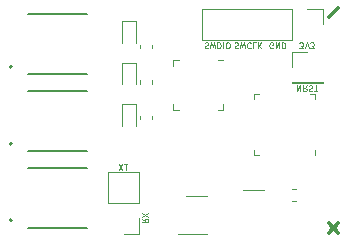
<source format=gbr>
%TF.GenerationSoftware,KiCad,Pcbnew,(5.1.6-0-10_14)*%
%TF.CreationDate,2021-03-14T15:43:45-04:00*%
%TF.ProjectId,F051_ESC,46303531-5f45-4534-932e-6b696361645f,rev?*%
%TF.SameCoordinates,Original*%
%TF.FileFunction,Legend,Bot*%
%TF.FilePolarity,Positive*%
%FSLAX46Y46*%
G04 Gerber Fmt 4.6, Leading zero omitted, Abs format (unit mm)*
G04 Created by KiCad (PCBNEW (5.1.6-0-10_14)) date 2021-03-14 15:43:45*
%MOMM*%
%LPD*%
G01*
G04 APERTURE LIST*
%ADD10C,0.125000*%
%ADD11C,0.375000*%
%ADD12C,0.120000*%
%ADD13C,0.200000*%
%ADD14C,0.127000*%
G04 APERTURE END LIST*
D10*
X248738571Y-76983809D02*
X248738571Y-77483809D01*
X249024285Y-76983809D01*
X249024285Y-77483809D01*
X249548095Y-76983809D02*
X249381428Y-77221904D01*
X249262380Y-76983809D02*
X249262380Y-77483809D01*
X249452857Y-77483809D01*
X249500476Y-77460000D01*
X249524285Y-77436190D01*
X249548095Y-77388571D01*
X249548095Y-77317142D01*
X249524285Y-77269523D01*
X249500476Y-77245714D01*
X249452857Y-77221904D01*
X249262380Y-77221904D01*
X249738571Y-77007619D02*
X249810000Y-76983809D01*
X249929047Y-76983809D01*
X249976666Y-77007619D01*
X250000476Y-77031428D01*
X250024285Y-77079047D01*
X250024285Y-77126666D01*
X250000476Y-77174285D01*
X249976666Y-77198095D01*
X249929047Y-77221904D01*
X249833809Y-77245714D01*
X249786190Y-77269523D01*
X249762380Y-77293333D01*
X249738571Y-77340952D01*
X249738571Y-77388571D01*
X249762380Y-77436190D01*
X249786190Y-77460000D01*
X249833809Y-77483809D01*
X249952857Y-77483809D01*
X250024285Y-77460000D01*
X250167142Y-77483809D02*
X250452857Y-77483809D01*
X250310000Y-76983809D02*
X250310000Y-77483809D01*
X248940952Y-73843809D02*
X249250476Y-73843809D01*
X249083809Y-73653333D01*
X249155238Y-73653333D01*
X249202857Y-73629523D01*
X249226666Y-73605714D01*
X249250476Y-73558095D01*
X249250476Y-73439047D01*
X249226666Y-73391428D01*
X249202857Y-73367619D01*
X249155238Y-73343809D01*
X249012380Y-73343809D01*
X248964761Y-73367619D01*
X248940952Y-73391428D01*
X249393333Y-73843809D02*
X249560000Y-73343809D01*
X249726666Y-73843809D01*
X249845714Y-73843809D02*
X250155238Y-73843809D01*
X249988571Y-73653333D01*
X250060000Y-73653333D01*
X250107619Y-73629523D01*
X250131428Y-73605714D01*
X250155238Y-73558095D01*
X250155238Y-73439047D01*
X250131428Y-73391428D01*
X250107619Y-73367619D01*
X250060000Y-73343809D01*
X249917142Y-73343809D01*
X249869523Y-73367619D01*
X249845714Y-73391428D01*
X246689047Y-73820000D02*
X246641428Y-73843809D01*
X246570000Y-73843809D01*
X246498571Y-73820000D01*
X246450952Y-73772380D01*
X246427142Y-73724761D01*
X246403333Y-73629523D01*
X246403333Y-73558095D01*
X246427142Y-73462857D01*
X246450952Y-73415238D01*
X246498571Y-73367619D01*
X246570000Y-73343809D01*
X246617619Y-73343809D01*
X246689047Y-73367619D01*
X246712857Y-73391428D01*
X246712857Y-73558095D01*
X246617619Y-73558095D01*
X246927142Y-73343809D02*
X246927142Y-73843809D01*
X247212857Y-73343809D01*
X247212857Y-73843809D01*
X247450952Y-73343809D02*
X247450952Y-73843809D01*
X247570000Y-73843809D01*
X247641428Y-73820000D01*
X247689047Y-73772380D01*
X247712857Y-73724761D01*
X247736666Y-73629523D01*
X247736666Y-73558095D01*
X247712857Y-73462857D01*
X247689047Y-73415238D01*
X247641428Y-73367619D01*
X247570000Y-73343809D01*
X247450952Y-73343809D01*
X243459047Y-73367619D02*
X243530476Y-73343809D01*
X243649523Y-73343809D01*
X243697142Y-73367619D01*
X243720952Y-73391428D01*
X243744761Y-73439047D01*
X243744761Y-73486666D01*
X243720952Y-73534285D01*
X243697142Y-73558095D01*
X243649523Y-73581904D01*
X243554285Y-73605714D01*
X243506666Y-73629523D01*
X243482857Y-73653333D01*
X243459047Y-73700952D01*
X243459047Y-73748571D01*
X243482857Y-73796190D01*
X243506666Y-73820000D01*
X243554285Y-73843809D01*
X243673333Y-73843809D01*
X243744761Y-73820000D01*
X243911428Y-73843809D02*
X244030476Y-73343809D01*
X244125714Y-73700952D01*
X244220952Y-73343809D01*
X244340000Y-73843809D01*
X244816190Y-73391428D02*
X244792380Y-73367619D01*
X244720952Y-73343809D01*
X244673333Y-73343809D01*
X244601904Y-73367619D01*
X244554285Y-73415238D01*
X244530476Y-73462857D01*
X244506666Y-73558095D01*
X244506666Y-73629523D01*
X244530476Y-73724761D01*
X244554285Y-73772380D01*
X244601904Y-73820000D01*
X244673333Y-73843809D01*
X244720952Y-73843809D01*
X244792380Y-73820000D01*
X244816190Y-73796190D01*
X245268571Y-73343809D02*
X245030476Y-73343809D01*
X245030476Y-73843809D01*
X245435238Y-73343809D02*
X245435238Y-73843809D01*
X245720952Y-73343809D02*
X245506666Y-73629523D01*
X245720952Y-73843809D02*
X245435238Y-73558095D01*
X240930476Y-73367619D02*
X241001904Y-73343809D01*
X241120952Y-73343809D01*
X241168571Y-73367619D01*
X241192380Y-73391428D01*
X241216190Y-73439047D01*
X241216190Y-73486666D01*
X241192380Y-73534285D01*
X241168571Y-73558095D01*
X241120952Y-73581904D01*
X241025714Y-73605714D01*
X240978095Y-73629523D01*
X240954285Y-73653333D01*
X240930476Y-73700952D01*
X240930476Y-73748571D01*
X240954285Y-73796190D01*
X240978095Y-73820000D01*
X241025714Y-73843809D01*
X241144761Y-73843809D01*
X241216190Y-73820000D01*
X241382857Y-73843809D02*
X241501904Y-73343809D01*
X241597142Y-73700952D01*
X241692380Y-73343809D01*
X241811428Y-73843809D01*
X242001904Y-73343809D02*
X242001904Y-73843809D01*
X242120952Y-73843809D01*
X242192380Y-73820000D01*
X242240000Y-73772380D01*
X242263809Y-73724761D01*
X242287619Y-73629523D01*
X242287619Y-73558095D01*
X242263809Y-73462857D01*
X242240000Y-73415238D01*
X242192380Y-73367619D01*
X242120952Y-73343809D01*
X242001904Y-73343809D01*
X242501904Y-73343809D02*
X242501904Y-73843809D01*
X242835238Y-73843809D02*
X242930476Y-73843809D01*
X242978095Y-73820000D01*
X243025714Y-73772380D01*
X243049523Y-73677142D01*
X243049523Y-73510476D01*
X243025714Y-73415238D01*
X242978095Y-73367619D01*
X242930476Y-73343809D01*
X242835238Y-73343809D01*
X242787619Y-73367619D01*
X242740000Y-73415238D01*
X242716190Y-73510476D01*
X242716190Y-73677142D01*
X242740000Y-73772380D01*
X242787619Y-73820000D01*
X242835238Y-73843809D01*
X234370952Y-83606190D02*
X234085238Y-83606190D01*
X234228095Y-84106190D02*
X234228095Y-83606190D01*
X233966190Y-83606190D02*
X233632857Y-84106190D01*
X233632857Y-83606190D02*
X233966190Y-84106190D01*
X235623809Y-88283333D02*
X235861904Y-88450000D01*
X235623809Y-88569047D02*
X236123809Y-88569047D01*
X236123809Y-88378571D01*
X236100000Y-88330952D01*
X236076190Y-88307142D01*
X236028571Y-88283333D01*
X235957142Y-88283333D01*
X235909523Y-88307142D01*
X235885714Y-88330952D01*
X235861904Y-88378571D01*
X235861904Y-88569047D01*
X236123809Y-88116666D02*
X235623809Y-87783333D01*
X236123809Y-87783333D02*
X235623809Y-88116666D01*
D11*
X251421700Y-89479822D02*
X252229822Y-88671700D01*
X252229822Y-89479822D02*
X251421700Y-88671700D01*
X251421700Y-71229822D02*
X252229822Y-70421700D01*
D12*
%TO.C,J6*%
X232740000Y-84330000D02*
X235340000Y-84330000D01*
X232740000Y-84330000D02*
X232740000Y-86930000D01*
X235400000Y-86930000D02*
X235400000Y-84330000D01*
X235400000Y-86930000D02*
X232740000Y-86930000D01*
X235400000Y-89530000D02*
X234070000Y-89530000D01*
X235400000Y-89530000D02*
X235400000Y-88200000D01*
%TO.C,U7*%
X241140000Y-89600000D02*
X238690000Y-89600000D01*
X239340000Y-86380000D02*
X241140000Y-86380000D01*
%TO.C,FB1*%
X248347221Y-85760000D02*
X248672779Y-85760000D01*
X248347221Y-86780000D02*
X248672779Y-86780000D01*
%TO.C,U5*%
X244180000Y-85820000D02*
X245980000Y-85820000D01*
%TO.C,J5*%
X248280000Y-74110000D02*
X249610000Y-74110000D01*
X248280000Y-74110000D02*
X248280000Y-75440000D01*
X248280000Y-76770000D02*
X250940000Y-76770000D01*
X248280000Y-76710000D02*
X250940000Y-76710000D01*
X248280000Y-76770000D02*
X248280000Y-76710000D01*
X250940000Y-76770000D02*
X250940000Y-76710000D01*
%TO.C,J3*%
X240660000Y-73130000D02*
X248340000Y-73130000D01*
X248340000Y-70470000D02*
X248340000Y-73130000D01*
X240660000Y-70470000D02*
X240660000Y-73130000D01*
X240660000Y-70470000D02*
X248340000Y-70470000D01*
X250940000Y-70470000D02*
X250940000Y-71800000D01*
X250940000Y-70470000D02*
X249610000Y-70470000D01*
%TO.C,D4*%
X233900000Y-78590000D02*
X235100000Y-78590000D01*
X233900000Y-80440000D02*
X233900000Y-78590000D01*
X235100000Y-80440000D02*
X235100000Y-78590000D01*
%TO.C,D3*%
X233900000Y-71510000D02*
X235100000Y-71510000D01*
X233900000Y-73360000D02*
X233900000Y-71510000D01*
X235100000Y-73360000D02*
X235100000Y-71510000D01*
%TO.C,D2*%
X233900000Y-75050000D02*
X235100000Y-75050000D01*
X233900000Y-76900000D02*
X233900000Y-75050000D01*
X235100000Y-76900000D02*
X235100000Y-75050000D01*
%TO.C,C12*%
X235470000Y-76527221D02*
X235470000Y-76852779D01*
X236490000Y-76527221D02*
X236490000Y-76852779D01*
D13*
%TO.C,Q5*%
X224600000Y-75400000D02*
G75*
G03*
X224600000Y-75400000I-100000J0D01*
G01*
D14*
X226000000Y-76050000D02*
X231000000Y-76050000D01*
X226000000Y-70950000D02*
X231000000Y-70950000D01*
D13*
%TO.C,Q3*%
X224600000Y-81900000D02*
G75*
G03*
X224600000Y-81900000I-100000J0D01*
G01*
D14*
X226000000Y-82550000D02*
X231000000Y-82550000D01*
X226000000Y-77450000D02*
X231000000Y-77450000D01*
D13*
%TO.C,Q1*%
X224600000Y-88400000D02*
G75*
G03*
X224600000Y-88400000I-100000J0D01*
G01*
D14*
X226000000Y-89050000D02*
X231000000Y-89050000D01*
X226000000Y-83950000D02*
X231000000Y-83950000D01*
D12*
%TO.C,C14*%
X235470000Y-79537221D02*
X235470000Y-79862779D01*
X236490000Y-79537221D02*
X236490000Y-79862779D01*
%TO.C,C13*%
X235470000Y-73517221D02*
X235470000Y-73842779D01*
X236490000Y-73517221D02*
X236490000Y-73842779D01*
%TO.C,U2*%
X250290000Y-78165000D02*
X250290000Y-77690000D01*
X250290000Y-77690000D02*
X249815000Y-77690000D01*
X245070000Y-82435000D02*
X245070000Y-82910000D01*
X245070000Y-82910000D02*
X245545000Y-82910000D01*
X245070000Y-78165000D02*
X245070000Y-77690000D01*
X245070000Y-77690000D02*
X245545000Y-77690000D01*
X250290000Y-82435000D02*
X250290000Y-82910000D01*
%TO.C,U1*%
X238745000Y-74830000D02*
X238270000Y-74830000D01*
X238270000Y-74830000D02*
X238270000Y-75305000D01*
X242015000Y-79050000D02*
X242490000Y-79050000D01*
X242490000Y-79050000D02*
X242490000Y-78575000D01*
X238745000Y-79050000D02*
X238270000Y-79050000D01*
X238270000Y-79050000D02*
X238270000Y-78575000D01*
X242015000Y-74830000D02*
X242490000Y-74830000D01*
%TD*%
M02*

</source>
